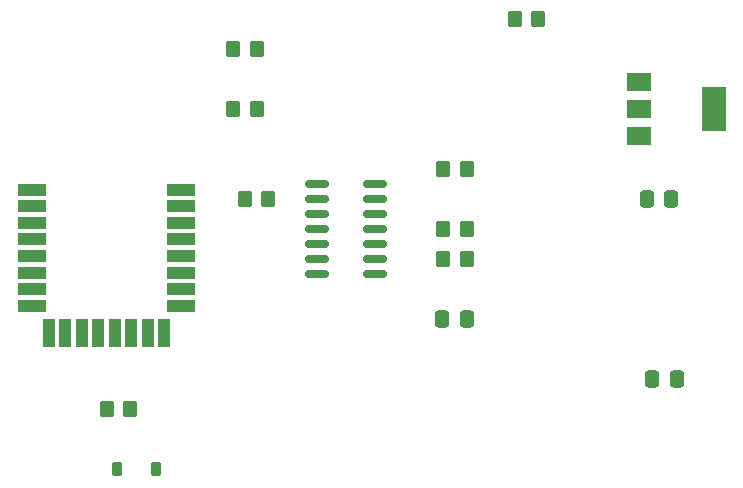
<source format=gtp>
G04 #@! TF.GenerationSoftware,KiCad,Pcbnew,7.0.10*
G04 #@! TF.CreationDate,2024-03-19T19:49:00-05:00*
G04 #@! TF.ProjectId,key,6b65792e-6b69-4636-9164-5f7063625858,rev?*
G04 #@! TF.SameCoordinates,Original*
G04 #@! TF.FileFunction,Paste,Top*
G04 #@! TF.FilePolarity,Positive*
%FSLAX46Y46*%
G04 Gerber Fmt 4.6, Leading zero omitted, Abs format (unit mm)*
G04 Created by KiCad (PCBNEW 7.0.10) date 2024-03-19 19:49:00*
%MOMM*%
%LPD*%
G01*
G04 APERTURE LIST*
G04 Aperture macros list*
%AMRoundRect*
0 Rectangle with rounded corners*
0 $1 Rounding radius*
0 $2 $3 $4 $5 $6 $7 $8 $9 X,Y pos of 4 corners*
0 Add a 4 corners polygon primitive as box body*
4,1,4,$2,$3,$4,$5,$6,$7,$8,$9,$2,$3,0*
0 Add four circle primitives for the rounded corners*
1,1,$1+$1,$2,$3*
1,1,$1+$1,$4,$5*
1,1,$1+$1,$6,$7*
1,1,$1+$1,$8,$9*
0 Add four rect primitives between the rounded corners*
20,1,$1+$1,$2,$3,$4,$5,0*
20,1,$1+$1,$4,$5,$6,$7,0*
20,1,$1+$1,$6,$7,$8,$9,0*
20,1,$1+$1,$8,$9,$2,$3,0*%
G04 Aperture macros list end*
%ADD10RoundRect,0.250000X-0.337500X-0.475000X0.337500X-0.475000X0.337500X0.475000X-0.337500X0.475000X0*%
%ADD11RoundRect,0.250000X0.350000X0.450000X-0.350000X0.450000X-0.350000X-0.450000X0.350000X-0.450000X0*%
%ADD12R,2.000000X1.500000*%
%ADD13R,2.000000X3.800000*%
%ADD14RoundRect,0.250000X-0.350000X-0.450000X0.350000X-0.450000X0.350000X0.450000X-0.350000X0.450000X0*%
%ADD15R,2.450000X1.000000*%
%ADD16R,1.000000X2.450000*%
%ADD17RoundRect,0.150000X-0.825000X-0.150000X0.825000X-0.150000X0.825000X0.150000X-0.825000X0.150000X0*%
%ADD18RoundRect,0.225000X-0.225000X-0.375000X0.225000X-0.375000X0.225000X0.375000X-0.225000X0.375000X0*%
G04 APERTURE END LIST*
D10*
X155405000Y-81280000D03*
X157480000Y-81280000D03*
D11*
X139700000Y-71120000D03*
X137700000Y-71120000D03*
D12*
X154330000Y-56120000D03*
X154330000Y-58420000D03*
D13*
X160630000Y-58420000D03*
D12*
X154330000Y-60720000D03*
D11*
X122920000Y-66040000D03*
X120920000Y-66040000D03*
D14*
X109220000Y-83820000D03*
X111220000Y-83820000D03*
D15*
X102920000Y-65241200D03*
X102920000Y-66641200D03*
X102920000Y-68041200D03*
X102920000Y-69441200D03*
X102920000Y-70841200D03*
X102920000Y-72241200D03*
X102920000Y-73641200D03*
X102920000Y-75041200D03*
D16*
X104320000Y-77336200D03*
X105720000Y-77336200D03*
X107120000Y-77336200D03*
X108520000Y-77336200D03*
X109920000Y-77336200D03*
X111320000Y-77336200D03*
X112720000Y-77336200D03*
X114120000Y-77336200D03*
D15*
X115520000Y-75040000D03*
X115520000Y-73640000D03*
X115520000Y-72241200D03*
X115520000Y-70841200D03*
X115520000Y-69441200D03*
X115520000Y-68041200D03*
X115520000Y-66641200D03*
X115520000Y-65241200D03*
D14*
X137700000Y-68580000D03*
X139700000Y-68580000D03*
X143780000Y-50800000D03*
X145780000Y-50800000D03*
D17*
X127000000Y-64770000D03*
X127000000Y-66040000D03*
X127000000Y-67310000D03*
X127000000Y-68580000D03*
X127000000Y-69850000D03*
X127000000Y-71120000D03*
X127000000Y-72390000D03*
X131950000Y-72390000D03*
X131950000Y-71120000D03*
X131950000Y-69850000D03*
X131950000Y-68580000D03*
X131950000Y-67310000D03*
X131950000Y-66040000D03*
X131950000Y-64770000D03*
D14*
X137700000Y-63500000D03*
X139700000Y-63500000D03*
D10*
X154940000Y-66040000D03*
X157015000Y-66040000D03*
X137625000Y-76200000D03*
X139700000Y-76200000D03*
D18*
X110110000Y-88900000D03*
X113410000Y-88900000D03*
D14*
X119920000Y-53340000D03*
X121920000Y-53340000D03*
X119920000Y-58420000D03*
X121920000Y-58420000D03*
M02*

</source>
